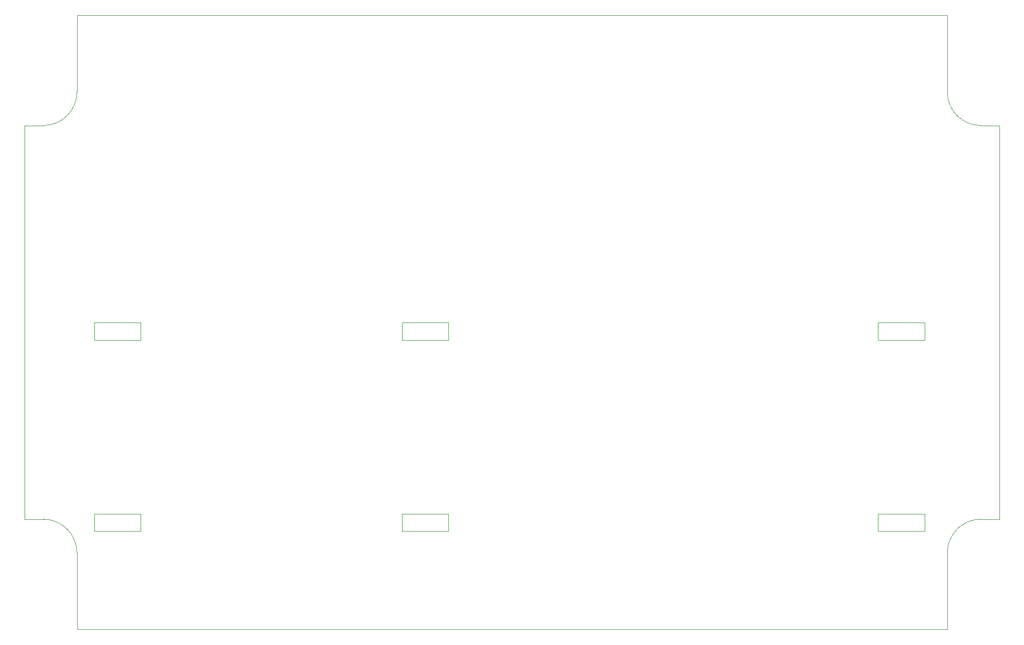
<source format=gm1>
G04 #@! TF.FileFunction,Profile,NP*
%FSLAX46Y46*%
G04 Gerber Fmt 4.6, Leading zero omitted, Abs format (unit mm)*
G04 Created by KiCad (PCBNEW 0.201507280910+6003~25~ubuntu14.04.1-product) date Thu 20 Aug 2015 04:02:40 BST*
%MOMM*%
G01*
G04 APERTURE LIST*
%ADD10C,0.100000*%
G04 APERTURE END LIST*
D10*
X185000000Y-135000000D02*
X193000000Y-135000000D01*
X193000000Y-135000000D02*
X193000000Y-138000000D01*
X193000000Y-138000000D02*
X185000000Y-138000000D01*
X185000000Y-138000000D02*
X185000000Y-135000000D01*
X185000000Y-105000000D02*
X185000000Y-102000000D01*
X193000000Y-105000000D02*
X185000000Y-105000000D01*
X193000000Y-102000000D02*
X193000000Y-105000000D01*
X185000000Y-102000000D02*
X193000000Y-102000000D01*
X103000000Y-102000000D02*
X111000000Y-102000000D01*
X111000000Y-102000000D02*
X111000000Y-105000000D01*
X111000000Y-105000000D02*
X103000000Y-105000000D01*
X103000000Y-105000000D02*
X103000000Y-102000000D01*
X50000000Y-102000000D02*
X58000000Y-102000000D01*
X58000000Y-135000000D02*
X58000000Y-138000000D01*
X50000000Y-138000000D02*
X50000000Y-135000000D01*
X58000000Y-138000000D02*
X50000000Y-138000000D01*
X50000000Y-135000000D02*
X58000000Y-135000000D01*
X103000000Y-138000000D02*
X103000000Y-135000000D01*
X111000000Y-138000000D02*
X103000000Y-138000000D01*
X111000000Y-135000000D02*
X111000000Y-138000000D01*
X103000000Y-135000000D02*
X111000000Y-135000000D01*
X58000000Y-102000000D02*
X58000000Y-105000000D01*
X58000000Y-105000000D02*
X50000000Y-105000000D01*
X50000000Y-105000000D02*
X50000000Y-102000000D01*
X41200000Y-68000000D02*
X38000000Y-68000000D01*
X47000000Y-62200000D02*
X47000000Y-60000000D01*
X41200000Y-68000000D02*
G75*
G03X47000000Y-62200000I0J5800000D01*
G01*
X47000000Y-49000000D02*
X47000000Y-60000000D01*
X196900000Y-49000000D02*
X47000000Y-49000000D01*
X196900000Y-62200000D02*
X196900000Y-49000000D01*
X202700000Y-68000000D02*
X205900000Y-68000000D01*
X196900000Y-62200000D02*
G75*
G03X202700000Y-68000000I5800000J0D01*
G01*
X205900000Y-135900000D02*
X205900000Y-68000000D01*
X202700000Y-135900000D02*
X205900000Y-135900000D01*
X196900000Y-141700000D02*
X196900000Y-154900000D01*
X202700000Y-135900000D02*
G75*
G03X196900000Y-141700000I0J-5800000D01*
G01*
X47000000Y-154900000D02*
X196900000Y-154900000D01*
X47000000Y-141700000D02*
X47000000Y-154900000D01*
X41300000Y-135900000D02*
X38000000Y-135900000D01*
X47000000Y-141700000D02*
G75*
G03X41200000Y-135900000I-5800000J0D01*
G01*
X38000000Y-68000000D02*
X38000000Y-135900000D01*
M02*

</source>
